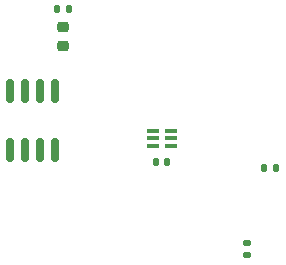
<source format=gbr>
%TF.GenerationSoftware,KiCad,Pcbnew,(6.0.0-0)*%
%TF.CreationDate,2022-03-07T03:13:55-05:00*%
%TF.ProjectId,color,636f6c6f-722e-46b6-9963-61645f706362,rev?*%
%TF.SameCoordinates,Original*%
%TF.FileFunction,Paste,Top*%
%TF.FilePolarity,Positive*%
%FSLAX46Y46*%
G04 Gerber Fmt 4.6, Leading zero omitted, Abs format (unit mm)*
G04 Created by KiCad (PCBNEW (6.0.0-0)) date 2022-03-07 03:13:55*
%MOMM*%
%LPD*%
G01*
G04 APERTURE LIST*
G04 Aperture macros list*
%AMRoundRect*
0 Rectangle with rounded corners*
0 $1 Rounding radius*
0 $2 $3 $4 $5 $6 $7 $8 $9 X,Y pos of 4 corners*
0 Add a 4 corners polygon primitive as box body*
4,1,4,$2,$3,$4,$5,$6,$7,$8,$9,$2,$3,0*
0 Add four circle primitives for the rounded corners*
1,1,$1+$1,$2,$3*
1,1,$1+$1,$4,$5*
1,1,$1+$1,$6,$7*
1,1,$1+$1,$8,$9*
0 Add four rect primitives between the rounded corners*
20,1,$1+$1,$2,$3,$4,$5,0*
20,1,$1+$1,$4,$5,$6,$7,0*
20,1,$1+$1,$6,$7,$8,$9,0*
20,1,$1+$1,$8,$9,$2,$3,0*%
G04 Aperture macros list end*
%ADD10RoundRect,0.135000X0.135000X0.185000X-0.135000X0.185000X-0.135000X-0.185000X0.135000X-0.185000X0*%
%ADD11R,1.000000X0.400000*%
%ADD12RoundRect,0.140000X0.140000X0.170000X-0.140000X0.170000X-0.140000X-0.170000X0.140000X-0.170000X0*%
%ADD13RoundRect,0.135000X0.185000X-0.135000X0.185000X0.135000X-0.185000X0.135000X-0.185000X-0.135000X0*%
%ADD14RoundRect,0.150000X0.150000X-0.825000X0.150000X0.825000X-0.150000X0.825000X-0.150000X-0.825000X0*%
%ADD15RoundRect,0.135000X-0.135000X-0.185000X0.135000X-0.185000X0.135000X0.185000X-0.135000X0.185000X0*%
%ADD16RoundRect,0.218750X-0.256250X0.218750X-0.256250X-0.218750X0.256250X-0.218750X0.256250X0.218750X0*%
G04 APERTURE END LIST*
D10*
%TO.C,R5*%
X99062000Y-63754000D03*
X98042000Y-63754000D03*
%TD*%
D11*
%TO.C,U2*%
X107684000Y-75326000D03*
X107684000Y-74676000D03*
X107684000Y-74026000D03*
X106184000Y-74026000D03*
X106184000Y-74676000D03*
X106184000Y-75326000D03*
%TD*%
D12*
%TO.C,C1*%
X107386000Y-76708000D03*
X106426000Y-76708000D03*
%TD*%
D13*
%TO.C,R2*%
X114173000Y-84584000D03*
X114173000Y-83564000D03*
%TD*%
D14*
%TO.C,U3*%
X94107000Y-75627000D03*
X95377000Y-75627000D03*
X96647000Y-75627000D03*
X97917000Y-75627000D03*
X97917000Y-70677000D03*
X96647000Y-70677000D03*
X95377000Y-70677000D03*
X94107000Y-70677000D03*
%TD*%
D15*
%TO.C,R4*%
X115566000Y-77216000D03*
X116586000Y-77216000D03*
%TD*%
D16*
%TO.C,D1*%
X98552000Y-66827500D03*
X98552000Y-65252500D03*
%TD*%
M02*

</source>
